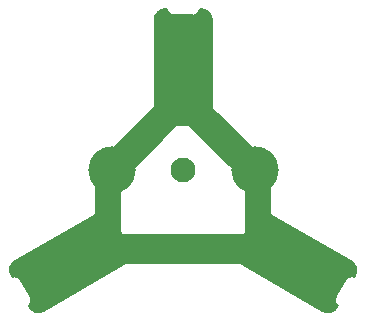
<source format=gbr>
G04 #@! TF.GenerationSoftware,KiCad,Pcbnew,(5.0.2)-1*
G04 #@! TF.CreationDate,2019-12-13T16:23:56-06:00*
G04 #@! TF.ProjectId,tri-slot-hub,7472692d-736c-46f7-942d-6875622e6b69,rev?*
G04 #@! TF.SameCoordinates,Original*
G04 #@! TF.FileFunction,Copper,L1,Top*
G04 #@! TF.FilePolarity,Positive*
%FSLAX46Y46*%
G04 Gerber Fmt 4.6, Leading zero omitted, Abs format (unit mm)*
G04 Created by KiCad (PCBNEW (5.0.2)-1) date 12/13/2019 4:23:56 PM*
%MOMM*%
%LPD*%
G01*
G04 APERTURE LIST*
G04 #@! TA.AperFunction,ComponentPad*
%ADD10C,4.000000*%
G04 #@! TD*
G04 #@! TA.AperFunction,ComponentPad*
%ADD11C,2.100000*%
G04 #@! TD*
G04 #@! TA.AperFunction,Conductor*
%ADD12C,1.500000*%
G04 #@! TD*
G04 #@! TA.AperFunction,Conductor*
%ADD13C,0.254000*%
G04 #@! TD*
G04 APERTURE END LIST*
D10*
G04 #@! TO.P,J1,2*
G04 #@! TO.N,/slot_l*
X-6000000Y2300000D03*
X6110000Y2300000D03*
D11*
G04 #@! TO.P,J1,1*
G04 #@! TO.N,/slot_r*
X0Y2300000D03*
G04 #@! TD*
D12*
G04 #@! TO.N,/slot_l*
X-4025001Y4949999D02*
X-4025001Y4974999D01*
X-6025000Y2950000D02*
X-4025001Y4949999D01*
X-4025001Y4974999D02*
X-1400000Y7600000D01*
X4085001Y4949999D02*
X4050001Y4949999D01*
X6085000Y2950000D02*
X4085001Y4949999D01*
X4050001Y4949999D02*
X1800000Y7200000D01*
X6085000Y-128427D02*
X6100000Y-143427D01*
X6085000Y2700000D02*
X6085000Y-128427D01*
X5200000Y-4900000D02*
X5200000Y-3900000D01*
X-6100000Y-3900000D02*
X-5100000Y-4900000D01*
X-5100000Y-4900000D02*
X5200000Y-4900000D01*
X-6025000Y-3825000D02*
X-6025000Y1500000D01*
X-6100000Y-3900000D02*
X-6025000Y-3825000D01*
X-6700000Y-3300000D02*
X-6100000Y-3900000D01*
X-6025000Y2700000D02*
X-6025000Y2075000D01*
X-6025000Y2075000D02*
X-6700000Y1400000D01*
X6085000Y1500000D02*
X6085000Y-15000D01*
X6000000Y-4100000D02*
X6000000Y1225000D01*
X-6700000Y1400000D02*
X-6700000Y-3300000D01*
X5200000Y-3900000D02*
X-6100000Y-3900000D01*
X-6025000Y1500000D02*
X-800000Y6725000D01*
X-215000Y7800000D02*
X-800000Y7800000D01*
X6085000Y1500000D02*
X-215000Y7800000D01*
X-800000Y6725000D02*
X-800000Y7800000D01*
X-800000Y7800000D02*
X-800000Y9200000D01*
X6700000Y1710000D02*
X6700000Y-2456573D01*
X6110000Y2300000D02*
X6700000Y1710000D01*
G04 #@! TD*
D13*
G04 #@! TO.N,/slot_l*
G36*
X-1407576Y15748334D02*
X-1265019Y15534981D01*
X-1051666Y15392424D01*
X-863525Y15355000D01*
X-800000Y15342364D01*
X-736475Y15355000D01*
X736475Y15355000D01*
X800000Y15342364D01*
X1051666Y15392424D01*
X1265019Y15534981D01*
X1407576Y15748334D01*
X1432374Y15873000D01*
X1487491Y15873000D01*
X1833130Y15804248D01*
X2115545Y15615545D01*
X2304248Y15333130D01*
X2373000Y14987491D01*
X2373000Y7012509D01*
X2304248Y6666870D01*
X2115545Y6384455D01*
X1833130Y6195752D01*
X1487491Y6127000D01*
X-1487491Y6127000D01*
X-1833130Y6195752D01*
X-2115545Y6384455D01*
X-2304248Y6666870D01*
X-2373000Y7012509D01*
X-2373000Y14987491D01*
X-2304248Y15333130D01*
X-2115545Y15615545D01*
X-1833130Y15804248D01*
X-1487491Y15873000D01*
X-1432374Y15873000D01*
X-1407576Y15748334D01*
X-1407576Y15748334D01*
G37*
X-1407576Y15748334D02*
X-1265019Y15534981D01*
X-1051666Y15392424D01*
X-863525Y15355000D01*
X-800000Y15342364D01*
X-736475Y15355000D01*
X736475Y15355000D01*
X800000Y15342364D01*
X1051666Y15392424D01*
X1265019Y15534981D01*
X1407576Y15748334D01*
X1432374Y15873000D01*
X1487491Y15873000D01*
X1833130Y15804248D01*
X2115545Y15615545D01*
X2304248Y15333130D01*
X2373000Y14987491D01*
X2373000Y7012509D01*
X2304248Y6666870D01*
X2115545Y6384455D01*
X1833130Y6195752D01*
X1487491Y6127000D01*
X-1487491Y6127000D01*
X-1833130Y6195752D01*
X-2115545Y6384455D01*
X-2304248Y6666870D01*
X-2373000Y7012509D01*
X-2373000Y14987491D01*
X-2304248Y15333130D01*
X-2115545Y15615545D01*
X-1833130Y15804248D01*
X-1487491Y15873000D01*
X-1432374Y15873000D01*
X-1407576Y15748334D01*
G36*
X-6586873Y-1360112D02*
X-6282244Y-1510338D01*
X-6049882Y-1775297D01*
X-4562392Y-4351706D01*
X-4449112Y-4685414D01*
X-4471328Y-5024343D01*
X-4621554Y-5328972D01*
X-4886512Y-5561334D01*
X-11793048Y-9548824D01*
X-12126756Y-9662103D01*
X-12465685Y-9639888D01*
X-12770314Y-9489662D01*
X-13002676Y-9224703D01*
X-13030234Y-9176972D01*
X-12934669Y-9093164D01*
X-12821179Y-8863029D01*
X-12804397Y-8606982D01*
X-12804397Y-8606980D01*
X-12866058Y-8425333D01*
X-12886877Y-8364002D01*
X-12929582Y-8315307D01*
X-13666057Y-7039696D01*
X-13686877Y-6978362D01*
X-13856063Y-6785443D01*
X-14086198Y-6671953D01*
X-14342244Y-6655171D01*
X-14342245Y-6655171D01*
X-14445414Y-6690192D01*
X-14462607Y-6696028D01*
X-14490166Y-6648294D01*
X-14603446Y-6314586D01*
X-14581230Y-5975657D01*
X-14431004Y-5671028D01*
X-14166046Y-5438666D01*
X-7259510Y-1451176D01*
X-6925802Y-1337897D01*
X-6586873Y-1360112D01*
X-6586873Y-1360112D01*
G37*
X-6586873Y-1360112D02*
X-6282244Y-1510338D01*
X-6049882Y-1775297D01*
X-4562392Y-4351706D01*
X-4449112Y-4685414D01*
X-4471328Y-5024343D01*
X-4621554Y-5328972D01*
X-4886512Y-5561334D01*
X-11793048Y-9548824D01*
X-12126756Y-9662103D01*
X-12465685Y-9639888D01*
X-12770314Y-9489662D01*
X-13002676Y-9224703D01*
X-13030234Y-9176972D01*
X-12934669Y-9093164D01*
X-12821179Y-8863029D01*
X-12804397Y-8606982D01*
X-12804397Y-8606980D01*
X-12866058Y-8425333D01*
X-12886877Y-8364002D01*
X-12929582Y-8315307D01*
X-13666057Y-7039696D01*
X-13686877Y-6978362D01*
X-13856063Y-6785443D01*
X-14086198Y-6671953D01*
X-14342244Y-6655171D01*
X-14342245Y-6655171D01*
X-14445414Y-6690192D01*
X-14462607Y-6696028D01*
X-14490166Y-6648294D01*
X-14603446Y-6314586D01*
X-14581230Y-5975657D01*
X-14431004Y-5671028D01*
X-14166046Y-5438666D01*
X-7259510Y-1451176D01*
X-6925802Y-1337897D01*
X-6586873Y-1360112D01*
G36*
X7259510Y-1451176D02*
X14166046Y-5438666D01*
X14431004Y-5671028D01*
X14581230Y-5975657D01*
X14603446Y-6314586D01*
X14490166Y-6648294D01*
X14462606Y-6696029D01*
X14342244Y-6655171D01*
X14101947Y-6670921D01*
X14086197Y-6671953D01*
X14079520Y-6675246D01*
X13856063Y-6785443D01*
X13856062Y-6785444D01*
X13729581Y-6929667D01*
X13729580Y-6929669D01*
X13686877Y-6978362D01*
X13666059Y-7039691D01*
X12929585Y-8315303D01*
X12886877Y-8364002D01*
X12809121Y-8593066D01*
X12804397Y-8606982D01*
X12821179Y-8863028D01*
X12934669Y-9093163D01*
X13030234Y-9176971D01*
X13002676Y-9224703D01*
X12770314Y-9489662D01*
X12465685Y-9639888D01*
X12126756Y-9662103D01*
X11793048Y-9548824D01*
X4886512Y-5561334D01*
X4621554Y-5328972D01*
X4471328Y-5024343D01*
X4449112Y-4685414D01*
X4562392Y-4351706D01*
X6049882Y-1775297D01*
X6282244Y-1510338D01*
X6586873Y-1360112D01*
X6925802Y-1337897D01*
X7259510Y-1451176D01*
X7259510Y-1451176D01*
G37*
X7259510Y-1451176D02*
X14166046Y-5438666D01*
X14431004Y-5671028D01*
X14581230Y-5975657D01*
X14603446Y-6314586D01*
X14490166Y-6648294D01*
X14462606Y-6696029D01*
X14342244Y-6655171D01*
X14101947Y-6670921D01*
X14086197Y-6671953D01*
X14079520Y-6675246D01*
X13856063Y-6785443D01*
X13856062Y-6785444D01*
X13729581Y-6929667D01*
X13729580Y-6929669D01*
X13686877Y-6978362D01*
X13666059Y-7039691D01*
X12929585Y-8315303D01*
X12886877Y-8364002D01*
X12809121Y-8593066D01*
X12804397Y-8606982D01*
X12821179Y-8863028D01*
X12934669Y-9093163D01*
X13030234Y-9176971D01*
X13002676Y-9224703D01*
X12770314Y-9489662D01*
X12465685Y-9639888D01*
X12126756Y-9662103D01*
X11793048Y-9548824D01*
X4886512Y-5561334D01*
X4621554Y-5328972D01*
X4471328Y-5024343D01*
X4449112Y-4685414D01*
X4562392Y-4351706D01*
X6049882Y-1775297D01*
X6282244Y-1510338D01*
X6586873Y-1360112D01*
X6925802Y-1337897D01*
X7259510Y-1451176D01*
G04 #@! TD*
M02*

</source>
